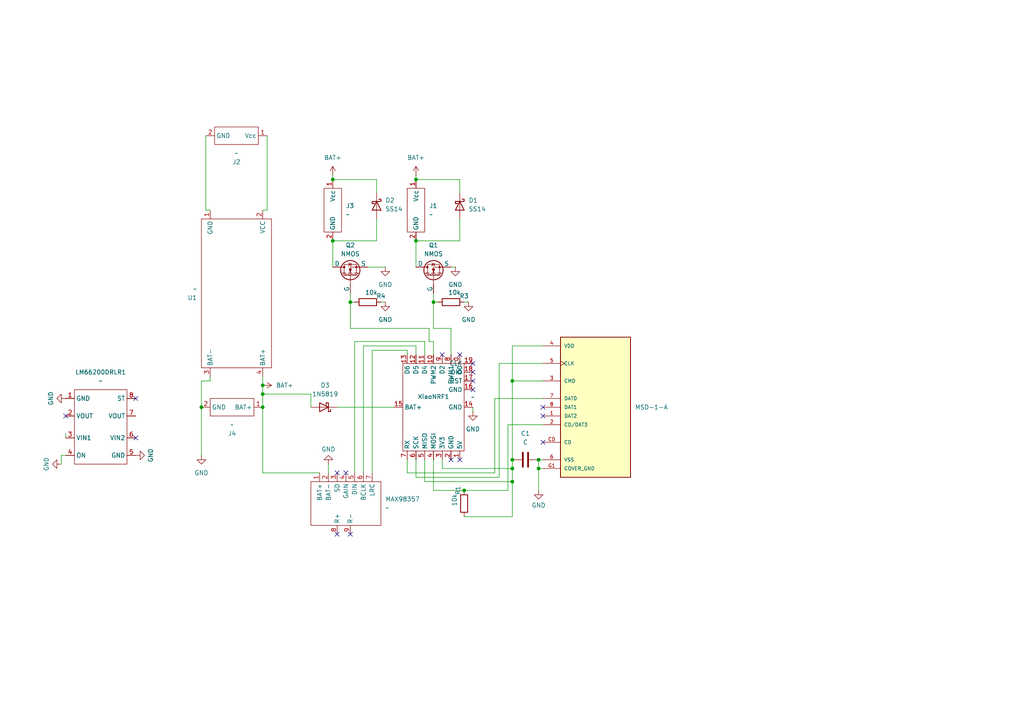
<source format=kicad_sch>
(kicad_sch (version 20250114) (generator "eeschema") (generator_version "9.0")
  (paper "A4")
  (lib_symbols
    (symbol "Device:C" (pin_numbers (hide yes)) (pin_names (offset 0.254))
      (property "Reference" "C" (at 0.635 2.54 0))
      (property "Value" "C" (at 0.635 -2.54 0))
      (symbol "C_0_1"
        (polyline (pts (xy -2.032 0.762) (xy 2.032 0.762)) (stroke (width 0.508)))
        (polyline (pts (xy -2.032 -0.762) (xy 2.032 -0.762)) (stroke (width 0.508)))
      )
      (symbol "C_1_1"
        (pin passive line (at 0 3.81 270) (length 2.794) (name "~") (number "1"))
        (pin passive line (at 0 -3.81 90) (length 2.794) (name "~") (number "2"))
      )
    )
    (symbol "Device:R" (pin_numbers (hide yes)) (pin_names (offset 0))
      (property "Reference" "R" (at 2.032 0 90))
      (property "Value" "R" (at 0 0 90))
      (symbol "R_0_1"
        (rectangle (start -1.016 -2.54) (end 1.016 2.54) (stroke (width 0.254)))
      )
      (symbol "R_1_1"
        (pin passive line (at 0 3.81 270) (length 1.27) (name "~") (number "1"))
        (pin passive line (at 0 -3.81 90) (length 1.27) (name "~") (number "2"))
      )
    )
    (symbol "Diode:1N5819" (pin_numbers (hide yes)) (pin_names (offset 1.016) (hide yes))
      (property "Reference" "D" (at 0 2.54 0))
      (property "Value" "1N5819" (at 0 -2.54 0))
      (symbol "1N5819_0_1"
        (polyline (pts (xy -1.905 0.635) (xy -1.905 1.27) (xy -1.27 1.27) (xy -1.27 -1.27) (xy -0.635 -1.27) (xy -0.635 -0.635)) (stroke (width 0.254)))
        (polyline (pts (xy 1.27 1.27) (xy 1.27 -1.27) (xy -1.27 0) (xy 1.27 1.27)) (stroke (width 0.254)))
        (polyline (pts (xy 1.27 0) (xy -1.27 0)))
      )
      (symbol "1N5819_1_1"
        (pin passive line (at -3.81 0 0) (length 2.54) (name "K") (number "1"))
        (pin passive line (at 3.81 0 180) (length 2.54) (name "A") (number "2"))
      )
    )
    (symbol "Diode:SS14" (pin_numbers (hide yes)) (pin_names (offset 1.016) (hide yes))
      (property "Reference" "D" (at 0 2.54 0))
      (property "Value" "SS14" (at 0 -2.54 0))
      (symbol "SS14_0_1"
        (polyline (pts (xy -1.905 0.635) (xy -1.905 1.27) (xy -1.27 1.27) (xy -1.27 -1.27) (xy -0.635 -1.27) (xy -0.635 -0.635)) (stroke (width 0.254)))
        (polyline (pts (xy 1.27 1.27) (xy 1.27 -1.27) (xy -1.27 0) (xy 1.27 1.27)) (stroke (width 0.254)))
        (polyline (pts (xy 1.27 0) (xy -1.27 0)))
      )
      (symbol "SS14_1_1"
        (pin passive line (at -3.81 0 0) (length 2.54) (name "K") (number "1"))
        (pin passive line (at 3.81 0 180) (length 2.54) (name "A") (number "2"))
      )
    )
    (symbol "NotinKi:LM66200DRLR"
      (property "Reference" "LM66200DRLR" (at 0 0 0))
      (symbol "LM66200DRLR_0_1"
        (rectangle (start -7.62 10.16) (end 7.62 -11.43))
      )
      (symbol "LM66200DRLR_1_1"
        (pin power_out line (at -10.16 7.62 0) (length 2.54) (name "GND") (number "1"))
        (pin power_out line (at -10.16 2.54 0) (length 2.54) (name "VOUT") (number "2"))
        (pin power_in line (at -10.16 -3.81 0) (length 2.54) (name "VIN1") (number "3"))
        (pin input line (at -10.16 -8.89 0) (length 2.54) (name "ON") (number "4"))
        (pin input line (at 10.16 7.62 180) (length 2.54) (name "ST") (number "8"))
        (pin power_out line (at 10.16 2.54 180) (length 2.54) (name "VOUT") (number "7"))
        (pin power_in line (at 10.16 -3.81 180) (length 2.54) (name "VIN2") (number "6"))
        (pin power_out line (at 10.16 -8.89 180) (length 2.54) (name "GND") (number "5"))
      )
    )
    (symbol "NotinKi:Lipolcharger"
      (property "Reference" "U" (at 0 0 0))
      (symbol "Lipolcharger_0_1"
        (rectangle (start -21.59 10.16) (end 21.59 -10.16))
      )
      (symbol "Lipolcharger_1_1"
        (pin power_in line (at -24.13 7.62 0) (length 2.54) (name "BAT-") (number "3"))
        (pin power_out line (at -24.13 -7.62 0) (length 2.54) (name "BAT+") (number "4"))
        (pin power_in line (at 24.13 7.62 180) (length 2.54) (name "GND") (number "1"))
        (pin power_out line (at 24.13 -7.62 180) (length 2.54) (name "VCC") (number "2"))
      )
    )
    (symbol "NotinKi:MAX98357"
      (property "Reference" "U" (at 0 -5.08 0))
      (symbol "MAX98357_0_1"
        (rectangle (start -6.35 10.16) (end 6.35 -10.16))
      )
      (symbol "MAX98357_1_1"
        (pin power_out line (at -8.89 2.54 0) (length 2.54) (name "R+") (number "8"))
        (pin power_in line (at -8.89 -1.27 0) (length 2.54) (name "R-") (number "9"))
        (pin power_out line (at 8.89 7.62 180) (length 2.54) (name "BAT+") (number "1"))
        (pin power_in line (at 8.89 5.08 180) (length 2.54) (name "BAT-") (number "2"))
        (pin input line (at 8.89 2.54 180) (length 2.54) (name "SD") (number "3"))
        (pin input line (at 8.89 0 180) (length 2.54) (name "GAIN") (number "4"))
        (pin input line (at 8.89 -2.54 180) (length 2.54) (name "DIN") (number "5"))
        (pin input line (at 8.89 -5.08 180) (length 2.54) (name "BCLK") (number "6"))
        (pin input line (at 8.89 -7.62 180) (length 2.54) (name "LRC") (number "7"))
      )
    )
    (symbol "NotinKi:MSD-1-A" (pin_names (offset 1.016))
      (property "Value" "MSD-1-A" (at -10.16 -22.86 0))
      (symbol "MSD-1-A_0_0"
        (rectangle (start -10.16 -20.32) (end 10.16 20.32) (stroke (width 0.254)) (fill (type background)))
        (pin power_in line (at -15.24 17.78 0) (length 5.08) (name "VDD") (number "4"))
        (pin input clock (at -15.24 12.7 0) (length 5.08) (name "CLK") (number "5"))
        (pin bidirectional line (at -15.24 7.62 0) (length 5.08) (name "CMD") (number "3"))
        (pin bidirectional line (at -15.24 2.54 0) (length 5.08) (name "DAT0") (number "7"))
        (pin bidirectional line (at -15.24 0 0) (length 5.08) (name "DAT1") (number "8"))
        (pin bidirectional line (at -15.24 -2.54 0) (length 5.08) (name "DAT2") (number "1"))
        (pin bidirectional line (at -15.24 -5.08 0) (length 5.08) (name "CD/DAT3") (number "2"))
        (pin passive line (at -15.24 -10.16 0) (length 5.08) (name "CD") (number "CD"))
        (pin power_in line (at -15.24 -15.24 0) (length 5.08) (name "VSS") (number "6"))
        (pin power_in line (at -15.24 -17.78 0) (length 5.08) (name "COVER_GND") (number "G1"))
        (pin power_in line (at -15.24 -17.78 0) (length 5.08) (hide yes) (name "COVER_GND") (number "G2"))
        (pin power_in line (at -15.24 -17.78 0) (length 5.08) (hide yes) (name "COVER_GND") (number "G3"))
        (pin power_in line (at -15.24 -17.78 0) (length 5.08) (hide yes) (name "COVER_GND") (number "G4"))
      )
    )
    (symbol "NotinKi:Xiao_Nrf52840"
      (property "Reference" "U" (at 0 0 0))
      (symbol "Xiao_Nrf52840_0_1"
        (rectangle (start -12.6999 8.89) (end 12.6999 -8.89))
      )
      (symbol "Xiao_Nrf52840_1_1"
        (pin output line (at -15.24 7.62 0) (length 2.54) (name "RX") (number "7"))
        (pin output line (at -15.24 5.08 0) (length 2.54) (name "SCK") (number "6"))
        (pin output line (at -15.24 2.54 0) (length 2.54) (name "MISO") (number "5"))
        (pin output line (at -15.24 0 0) (length 2.54) (name "MOSI") (number "4"))
        (pin power_out line (at -15.24 -2.54 0) (length 2.54) (name "3V3") (number "3"))
        (pin power_in line (at -15.24 -5.08 0) (length 2.54) (name "GND") (number "2"))
        (pin power_out line (at -15.24 -7.62 0) (length 2.54) (name "5V") (number "1"))
        (pin power_out line (at 0 11.43 270) (length 2.54) (name "BAT+") (number "15"))
        (pin power_in line (at 0 -11.43 90) (length 2.54) (name "GND") (number "14"))
        (pin power_in line (at 5.08 -11.43 90) (length 2.54) (name "GND") (number "16"))
        (pin input line (at 7.62 -11.43 90) (length 2.54) (name "RST") (number "17"))
        (pin input line (at 10.16 -11.43 90) (length 2.54) (name "DIO") (number "18"))
        (pin input line (at 12.7 -11.43 90) (length 2.54) (name "CLK") (number "19"))
        (pin output line (at 15.24 7.62 180) (length 2.54) (name "D6") (number "13"))
        (pin output line (at 15.24 5.08 180) (length 2.54) (name "D5") (number "12"))
        (pin output line (at 15.24 2.54 180) (length 2.54) (name "D4") (number "11"))
        (pin output line (at 15.24 0 180) (length 2.54) (name "PWM2") (number "10"))
        (pin output line (at 15.24 -2.54 180) (length 2.54) (name "D2") (number "9"))
        (pin output line (at 15.24 -5.08 180) (length 2.54) (name "PWM1") (number "8"))
        (pin output line (at 15.24 -7.62 180) (length 2.54) (name "D0") (number "0"))
      )
    )
    (symbol "NotinKi:microJST"
      (property "Reference" "J3" (at 0 0 0))
      (symbol "microJST_0_1"
        (rectangle (start -2.54 6.35) (end 2.54 -6.35))
      )
      (symbol "microJST_1_1"
        (pin power_in line (at 0 8.89 270) (length 2.54) (name "Vcc") (number "1"))
        (pin power_out line (at 0 -8.89 90) (length 2.54) (name "GND") (number "2"))
      )
    )
    (symbol "Simulation_SPICE:NMOS" (pin_numbers (hide yes)) (pin_names (offset 0))
      (property "Reference" "Q" (at 5.08 1.27 0))
      (property "Value" "NMOS" (at 5.08 -1.27 0))
      (symbol "NMOS_0_1"
        (polyline (pts (xy 0.254 1.905) (xy 0.254 -1.905)) (stroke (width 0.254)))
        (polyline (pts (xy 0.254 0) (xy -2.54 0)))
        (polyline (pts (xy 0.762 2.286) (xy 0.762 1.27)) (stroke (width 0.254)))
        (polyline (pts (xy 0.762 0.508) (xy 0.762 -0.508)) (stroke (width 0.254)))
        (polyline (pts (xy 0.762 -1.27) (xy 0.762 -2.286)) (stroke (width 0.254)))
        (polyline (pts (xy 0.762 -1.778) (xy 3.302 -1.778) (xy 3.302 1.778) (xy 0.762 1.778)))
        (polyline (pts (xy 1.016 0) (xy 2.032 0.381) (xy 2.032 -0.381) (xy 1.016 0)) (fill (type outline)))
        (circle (center 1.651 0) (radius 2.794) (stroke (width 0.254)))
        (polyline (pts (xy 2.54 2.54) (xy 2.54 1.778)))
        (circle (center 2.54 1.778) (radius 0.254) (fill (type outline)))
        (circle (center 2.54 -1.778) (radius 0.254) (fill (type outline)))
        (polyline (pts (xy 2.54 -2.54) (xy 2.54 0) (xy 0.762 0)))
        (polyline (pts (xy 2.794 0.508) (xy 2.921 0.381) (xy 3.683 0.381) (xy 3.81 0.254)))
        (polyline (pts (xy 3.302 0.381) (xy 2.921 -0.254) (xy 3.683 -0.254) (xy 3.302 0.381)))
      )
      (symbol "NMOS_1_1"
        (pin input line (at -5.08 0 0) (length 2.54) (name "G") (number "2"))
        (pin passive line (at 2.54 5.08 270) (length 2.54) (name "D") (number "1"))
        (pin passive line (at 2.54 -5.08 90) (length 2.54) (name "S") (number "3"))
      )
    )
    (symbol "microJST_1"
      (property "Reference" "J4" (at 7.62 0 90))
      (property "Value" "~" (at 5.08 0 90))
      (symbol "microJST_1_0_1"
        (rectangle (start -2.54 6.35) (end 2.54 -6.35))
      )
      (symbol "microJST_1_1_1"
        (pin power_in line (at 0 8.89 270) (length 2.54) (name "BAT+") (number "1"))
        (pin power_out line (at 0 -8.89 90) (length 2.54) (name "GND") (number "2"))
      )
    )
    (symbol "power:GND" (power) (pin_numbers (hide yes)) (pin_names (offset 0) (hide yes))
      (property "Value" "GND" (at 0 -3.81 0))
      (symbol "GND_0_1"
        (polyline (pts (xy 0 0) (xy 0 -1.27) (xy 1.27 -1.27) (xy 0 -2.54) (xy -1.27 -1.27) (xy 0 -1.27)))
      )
      (symbol "GND_1_1"
        (pin power_in line (at 0 0 270) (length 0) (name "~") (number "1"))
      )
    )
    (symbol "power:VCC" (power) (pin_numbers (hide yes)) (pin_names (offset 0) (hide yes))
      (property "Value" "VCC" (at 0 3.556 0))
      (symbol "VCC_0_1"
        (polyline (pts (xy -0.762 1.27) (xy 0 2.54)))
        (polyline (pts (xy 0 2.54) (xy 0.762 1.27)))
        (polyline (pts (xy 0 0) (xy 0 2.54)))
      )
      (symbol "VCC_1_1"
        (pin power_in line (at 0 0 90) (length 0) (name "~") (number "1"))
      )
    )
  )
  (junction (at 101.6 87.63))
  (junction (at 148.59 135.89))
  (junction (at 96.52 69.85))
  (junction (at 148.59 133.35))
  (junction (at 134.62 142.24))
  (junction (at 156.21 133.35))
  (junction (at 96.52 52.07))
  (junction (at 58.42 118.11))
  (junction (at 120.65 52.07))
  (junction (at 156.21 135.89))
  (junction (at 148.59 110.49))
  (junction (at 76.2 118.11))
  (junction (at 120.65 69.85))
  (junction (at 76.2 114.3))
  (junction (at 125.73 87.63))
  (junction (at 76.2 111.76))
  (junction (at 148.59 139.7))
  (no_connect (at 133.35 102.87))
  (no_connect (at 157.48 118.11))
  (no_connect (at 97.79 137.16))
  (no_connect (at 101.6 154.94))
  (no_connect (at 128.27 102.87))
  (no_connect (at 39.37 127))
  (no_connect (at 133.35 133.35))
  (no_connect (at 157.48 128.27))
  (no_connect (at 137.16 107.95))
  (no_connect (at 97.79 154.94))
  (no_connect (at 137.16 113.03))
  (no_connect (at 100.33 137.16))
  (no_connect (at 130.81 133.35))
  (no_connect (at 137.16 105.41))
  (no_connect (at 137.16 110.49))
  (no_connect (at 157.48 120.65))
  (no_connect (at 19.05 120.65))
  (no_connect (at 39.37 115.57))
  (wire (pts (xy 118.11 137.16) (xy 118.11 133.35)))
  (wire (pts (xy 109.22 52.07) (xy 96.52 52.07)))
  (wire (pts (xy 148.59 135.89) (xy 148.59 139.7)))
  (wire (pts (xy 102.87 87.63) (xy 101.6 87.63)))
  (wire (pts (xy 147.32 123.19) (xy 147.32 142.24)))
  (wire (pts (xy 156.21 133.35) (xy 156.21 135.89)))
  (wire (pts (xy 132.08 77.47) (xy 130.81 77.47)))
  (wire (pts (xy 120.65 69.85) (xy 120.65 77.47)))
  (wire (pts (xy 105.41 137.16) (xy 105.41 100.33)))
  (wire (pts (xy 133.35 52.07) (xy 120.65 52.07)))
  (wire (pts (xy 118.11 101.6) (xy 118.11 102.87)))
  (wire (pts (xy 156.21 135.89) (xy 157.48 135.89)))
  (wire (pts (xy 125.73 85.09) (xy 125.73 87.63)))
  (wire (pts (xy 134.62 149.86) (xy 148.59 149.86)))
  (wire (pts (xy 107.95 137.16) (xy 107.95 101.6)))
  (wire (pts (xy 156.21 135.89) (xy 156.21 142.24)))
  (wire (pts (xy 109.22 69.85) (xy 109.22 63.5)))
  (wire (pts (xy 157.48 110.49) (xy 148.59 110.49)))
  (wire (pts (xy 128.27 133.35) (xy 128.27 135.89)))
  (wire (pts (xy 144.78 105.41) (xy 144.78 138.43)))
  (wire (pts (xy 148.59 139.7) (xy 123.19 139.7)))
  (wire (pts (xy 58.42 110.49) (xy 60.96 110.49)))
  (wire (pts (xy 130.81 95.25) (xy 125.73 95.25)))
  (wire (pts (xy 109.22 52.07) (xy 109.22 55.88)))
  (wire (pts (xy 58.42 118.11) (xy 58.42 132.08)))
  (wire (pts (xy 77.47 39.37) (xy 77.47 60.96)))
  (wire (pts (xy 107.95 101.6) (xy 118.11 101.6)))
  (wire (pts (xy 157.48 133.35) (xy 156.21 133.35)))
  (wire (pts (xy 105.41 100.33) (xy 120.65 100.33)))
  (wire (pts (xy 76.2 111.76) (xy 76.2 114.3)))
  (wire (pts (xy 133.35 69.85) (xy 133.35 63.5)))
  (wire (pts (xy 59.69 60.96) (xy 60.96 60.96)))
  (wire (pts (xy 127 87.63) (xy 125.73 87.63)))
  (wire (pts (xy 17.78 134.62) (xy 17.78 132.08)))
  (wire (pts (xy 60.96 110.49) (xy 60.96 109.22)))
  (wire (pts (xy 109.22 69.85) (xy 96.52 69.85)))
  (wire (pts (xy 95.25 134.62) (xy 95.25 137.16)))
  (wire (pts (xy 143.51 115.57) (xy 143.51 137.16)))
  (wire (pts (xy 157.48 105.41) (xy 144.78 105.41)))
  (wire (pts (xy 96.52 50.8) (xy 96.52 52.07)))
  (wire (pts (xy 111.76 87.63) (xy 110.49 87.63)))
  (wire (pts (xy 120.65 50.8) (xy 120.65 52.07)))
  (wire (pts (xy 118.11 137.16) (xy 143.51 137.16)))
  (wire (pts (xy 133.35 69.85) (xy 120.65 69.85)))
  (wire (pts (xy 148.59 133.35) (xy 148.59 110.49)))
  (wire (pts (xy 97.79 118.11) (xy 114.3 118.11)))
  (wire (pts (xy 125.73 142.24) (xy 134.62 142.24)))
  (wire (pts (xy 157.48 115.57) (xy 143.51 115.57)))
  (wire (pts (xy 90.17 114.3) (xy 90.17 118.11)))
  (wire (pts (xy 101.6 85.09) (xy 101.6 87.63)))
  (wire (pts (xy 123.19 99.06) (xy 123.19 102.87)))
  (wire (pts (xy 90.17 114.3) (xy 76.2 114.3)))
  (wire (pts (xy 148.59 100.33) (xy 157.48 100.33)))
  (wire (pts (xy 19.05 125.73) (xy 19.05 127)))
  (wire (pts (xy 134.62 142.24) (xy 147.32 142.24)))
  (wire (pts (xy 101.6 95.25) (xy 124.46 95.25)))
  (wire (pts (xy 137.16 118.11) (xy 137.16 119.38)))
  (wire (pts (xy 96.52 69.85) (xy 96.52 77.47)))
  (wire (pts (xy 125.73 102.87) (xy 125.73 99.06)))
  (wire (pts (xy 111.76 77.47) (xy 106.68 77.47)))
  (wire (pts (xy 17.78 132.08) (xy 19.05 132.08)))
  (wire (pts (xy 148.59 110.49) (xy 148.59 100.33)))
  (wire (pts (xy 76.2 137.16) (xy 92.71 137.16)))
  (wire (pts (xy 130.81 102.87) (xy 130.81 95.25)))
  (wire (pts (xy 76.2 114.3) (xy 76.2 118.11)))
  (wire (pts (xy 128.27 135.89) (xy 148.59 135.89)))
  (wire (pts (xy 77.47 60.96) (xy 76.2 60.96)))
  (wire (pts (xy 124.46 99.06) (xy 125.73 99.06)))
  (wire (pts (xy 124.46 95.25) (xy 124.46 99.06)))
  (wire (pts (xy 123.19 133.35) (xy 123.19 139.7)))
  (wire (pts (xy 157.48 123.19) (xy 147.32 123.19)))
  (wire (pts (xy 120.65 100.33) (xy 120.65 102.87)))
  (wire (pts (xy 101.6 87.63) (xy 101.6 95.25)))
  (wire (pts (xy 76.2 118.11) (xy 76.2 137.16)))
  (wire (pts (xy 133.35 52.07) (xy 133.35 55.88)))
  (wire (pts (xy 135.89 87.63) (xy 134.62 87.63)))
  (wire (pts (xy 125.73 87.63) (xy 125.73 95.25)))
  (wire (pts (xy 120.65 138.43) (xy 144.78 138.43)))
  (wire (pts (xy 102.87 99.06) (xy 123.19 99.06)))
  (wire (pts (xy 59.69 39.37) (xy 59.69 60.96)))
  (wire (pts (xy 148.59 149.86) (xy 148.59 139.7)))
  (wire (pts (xy 148.59 135.89) (xy 148.59 133.35)))
  (wire (pts (xy 120.65 138.43) (xy 120.65 133.35)))
  (wire (pts (xy 76.2 109.22) (xy 76.2 111.76)))
  (wire (pts (xy 58.42 118.11) (xy 58.42 110.49)))
  (wire (pts (xy 102.87 137.16) (xy 102.87 99.06)))
  (wire (pts (xy 125.73 142.24) (xy 125.73 133.35)))
  (symbol (lib_id "Device:R") (at 130.81 87.63 90) (unit 1)
    (property "Reference" "R3" (at 134.62 85.852 90))
    (property "Value" "10k" (at 131.826 84.836 90))
    (property "Footprint" "Resistor_SMD:R_0805_2012Metric_Pad1.20x1.40mm_HandSolder" (effects (hide yes)))
    (property "Description" "Resistor" (effects (hide yes)))
  )
  (symbol (lib_id "power:GND") (at 95.25 134.62 180) (unit 1)
    (property "Reference" "#PWR08" (effects (hide yes)))
    (property "Value" "GND" (at 95.25 130.302 0))
    (property "Description" "Power symbol creates a global label with name \"GND\" , ground" (effects (hide yes)))
  )
  (symbol (lib_id "NotinKi:Xiao_Nrf52840") (at 125.73 118.11 90) (unit 1)
    (property "Reference" "XiaoNRF1" (at 125.73 115.062 90))
    (property "Value" "~" (at 137.16 115.2046 90))
    (property "Footprint" "NotinKiFoot:XiaoTrace" (effects (hide yes)))
  )
  (symbol (lib_id "power:VCC") (at 120.65 50.8 0) (unit 1)
    (property "Reference" "#PWR05" (effects (hide yes)))
    (property "Value" "BAT+" (at 120.65 45.72 0))
    (property "Description" "Power symbol creates a global label with name \"VCC\"" (effects (hide yes)))
  )
  (symbol (lib_id "NotinKi:MSD-1-A") (at 172.72 118.11 0) (unit 1)
    (property "Reference" "J5" (effects (hide yes)))
    (property "Value" "MSD-1-A" (at 184.15 118.1099 0) (effects (justify left)))
    (property "Footprint" "NotinKiFoot:CUI_MSD-1-A" (effects (hide yes)))
    (property "MF" "Same Sky" (effects (hide yes)))
    (property "MAXIMUM_PACKAGE_HEIGHT" "2.00mm" (effects (hide yes)))
    (property "Package" "None" (effects (hide yes)))
    (property "Price" "None" (effects (hide yes)))
    (property "Check_prices" "https://www.snapeda.com/parts/MSD-1-A/Same+Sky/view-part/?ref=eda" (effects (hide yes)))
    (property "STANDARD" "Manufacturer Recommendations" (effects (hide yes)))
    (property "PARTREV" "1.0" (effects (hide yes)))
    (property "SnapEDA_Link" "https://www.snapeda.com/parts/MSD-1-A/Same+Sky/view-part/?ref=snap" (effects (hide yes)))
    (property "MP" "MSD-1-A" (effects (hide yes)))
    (property "Description_1" "Micro SD Card Connector, 9 Positions, Connector and Ejector, Push In, Auto Eject Out, Surface Mount, 1.8 mm Height Above Board, Gold Flash" (effects (hide yes)))
    (property "Availability" "In Stock" (effects (hide yes)))
    (property "MANUFACTURER" "CUI Devices" (effects (hide yes)))
  )
  (symbol (lib_id "power:GND") (at 111.76 87.63 0) (unit 1)
    (property "Reference" "#PWR06" (effects (hide yes)))
    (property "Value" "GND" (at 111.76 92.71 0))
    (property "Description" "Power symbol creates a global label with name \"GND\" , ground" (effects (hide yes)))
  )
  (symbol (lib_id "Simulation_SPICE:NMOS") (at 125.73 80.01 90) (unit 1)
    (property "Reference" "Q1" (at 125.73 71.12 90))
    (property "Value" "NMOS" (at 125.73 73.66 90))
    (property "Footprint" "Package_TO_SOT_SMD:TSOT-23" (effects (hide yes)))
    (property "Datasheet" "https://ngspice.sourceforge.io/docs/ngspice-html-manual/manual.xhtml#cha_MOSFETs" (effects (hide yes)))
    (property "Description" "N-MOSFET transistor, drain/source/gate" (effects (hide yes)))
    (property "Sim.Device" "NMOS" (effects (hide yes)))
    (property "Sim.Type" "VDMOS" (effects (hide yes)))
    (property "Sim.Pins" "1=D 2=G 3=S" (effects (hide yes)))
  )
  (symbol (lib_id "Simulation_SPICE:NMOS") (at 101.6 80.01 90) (unit 1)
    (property "Reference" "Q2" (at 101.6 71.12 90))
    (property "Value" "NMOS" (at 101.6 73.66 90))
    (property "Footprint" "Package_TO_SOT_SMD:TSOT-23" (effects (hide yes)))
    (property "Datasheet" "https://ngspice.sourceforge.io/docs/ngspice-html-manual/manual.xhtml#cha_MOSFETs" (effects (hide yes)))
    (property "Description" "N-MOSFET transistor, drain/source/gate" (effects (hide yes)))
    (property "Sim.Device" "NMOS" (effects (hide yes)))
    (property "Sim.Type" "VDMOS" (effects (hide yes)))
    (property "Sim.Pins" "1=D 2=G 3=S" (effects (hide yes)))
  )
  (symbol (lib_id "NotinKi:microJST") (at 120.65 60.96 0) (unit 1)
    (property "Reference" "J1" (at 124.46 59.6899 0) (effects (justify left)))
    (property "Value" "~" (at 124.46 62.2299 0) (effects (justify left)))
    (property "Footprint" "NotinKiFoot:JST_My" (effects (hide yes)))
  )
  (symbol (lib_id "Diode:SS14") (at 109.22 59.69 270) (unit 1)
    (property "Reference" "D2" (at 111.76 58.1024 90) (effects (justify left)))
    (property "Value" "SS14" (at 111.76 60.6424 90) (effects (justify left)))
    (property "Footprint" "Diode_SMD:D_SMA" (effects (hide yes)))
    (property "Datasheet" "https://www.vishay.com/docs/88746/ss12.pdf" (effects (hide yes)))
    (property "Description" "40V 1A Schottky Diode, SMA" (effects (hide yes)))
  )
  (symbol (lib_id "power:GND") (at 17.78 134.62 270) (unit 1)
    (property "Reference" "#PWR013" (effects (hide yes)))
    (property "Value" "GND" (at 13.462 134.62 0))
    (property "Description" "Power symbol creates a global label with name \"GND\" , ground" (effects (hide yes)))
  )
  (symbol (lib_id "power:GND") (at 135.89 87.63 0) (unit 1)
    (property "Reference" "#PWR02" (effects (hide yes)))
    (property "Value" "GND" (at 135.89 92.71 0))
    (property "Description" "Power symbol creates a global label with name \"GND\" , ground" (effects (hide yes)))
  )
  (symbol (lib_id "power:VCC") (at 76.2 111.76 270) (unit 1)
    (property "Reference" "#PWR010" (effects (hide yes)))
    (property "Value" "BAT+" (at 80.01 111.7599 90) (effects (justify left)))
    (property "Description" "Power symbol creates a global label with name \"VCC\"" (effects (hide yes)))
  )
  (symbol (lib_id "power:VCC") (at 96.52 50.8 0) (unit 1)
    (property "Reference" "#PWR01" (effects (hide yes)))
    (property "Value" "BAT+" (at 96.52 45.72 0))
    (property "Description" "Power symbol creates a global label with name \"VCC\"" (effects (hide yes)))
  )
  (symbol (lib_id "power:GND") (at 19.05 115.57 270) (unit 1)
    (property "Reference" "#PWR012" (effects (hide yes)))
    (property "Value" "GND" (at 14.732 115.57 0))
    (property "Description" "Power symbol creates a global label with name \"GND\" , ground" (effects (hide yes)))
  )
  (symbol (lib_id "power:GND") (at 39.37 132.08 90) (unit 1)
    (property "Reference" "#PWR011" (effects (hide yes)))
    (property "Value" "GND" (at 43.688 132.08 0))
    (property "Description" "Power symbol creates a global label with name \"GND\" , ground" (effects (hide yes)))
  )
  (symbol (lib_id "power:GND") (at 111.76 77.47 0) (unit 1)
    (property "Reference" "#PWR04" (effects (hide yes)))
    (property "Value" "GND" (at 111.76 82.55 0))
    (property "Description" "Power symbol creates a global label with name \"GND\" , ground" (effects (hide yes)))
  )
  (symbol (lib_id "NotinKi:microJST") (at 68.58 39.37 270) (unit 1)
    (property "Reference" "J2" (at 68.58 46.99 90))
    (property "Value" "~" (at 68.58 44.45 90))
    (property "Footprint" "NotinKiFoot:JST_My" (effects (hide yes)))
  )
  (symbol (lib_id "power:GND") (at 137.16 119.38 0) (unit 1)
    (property "Reference" "#PWR09" (effects (hide yes)))
    (property "Value" "GND" (at 137.16 124.46 0))
    (property "Description" "Power symbol creates a global label with name \"GND\" , ground" (effects (hide yes)))
  )
  (symbol (lib_id "NotinKi:MAX98357") (at 100.33 146.05 90) (unit 1)
    (property "Reference" "MAX98357" (at 111.76 144.7799 90) (effects (justify right)))
    (property "Value" "~" (at 111.76 147.3199 90) (effects (justify right)))
    (property "Footprint" "NotinKiFoot:MAX98357Footprint" (effects (hide yes)))
  )
  (symbol (lib_id "Device:C") (at 152.4 133.35 90) (unit 1)
    (property "Reference" "C1" (at 152.4 125.73 90))
    (property "Value" "C" (at 152.4 128.27 90))
    (property "Footprint" "Capacitor_SMD:C_0402_1005Metric_Pad0.74x0.62mm_HandSolder" (effects (hide yes)))
    (property "Description" "Unpolarized capacitor" (effects (hide yes)))
  )
  (symbol (lib_id "Diode:1N5819") (at 93.98 118.11 180) (unit 1)
    (property "Reference" "D3" (at 94.2975 111.76 0))
    (property "Value" "1N5819" (at 94.2975 114.3 0))
    (property "Footprint" "Diode_THT:D_DO-41_SOD81_P10.16mm_Horizontal" (effects (hide yes)))
    (property "Datasheet" "http://www.vishay.com/docs/88525/1n5817.pdf" (effects (hide yes)))
    (property "Description" "40V 1A Schottky Barrier Rectifier Diode, DO-41" (effects (hide yes)))
  )
  (symbol (lib_name "microJST_1") (lib_id "NotinKi:microJST") (at 67.31 118.11 270) (unit 1)
    (property "Reference" "J4" (at 67.31 125.73 90))
    (property "Value" "~" (at 67.31 123.19 90))
    (property "Footprint" "NotinKiFoot:JST_My" (effects (hide yes)))
  )
  (symbol (lib_id "NotinKi:microJST") (at 96.52 60.96 0) (unit 1)
    (property "Reference" "J3" (at 100.33 59.6899 0) (effects (justify left)))
    (property "Value" "~" (at 100.33 62.2299 0) (effects (justify left)))
    (property "Footprint" "NotinKiFoot:JST_My" (effects (hide yes)))
  )
  (symbol (lib_id "power:GND") (at 58.42 132.08 0) (unit 1)
    (property "Reference" "#PWR07" (effects (hide yes)))
    (property "Value" "GND" (at 58.42 137.16 0))
    (property "Description" "Power symbol creates a global label with name \"GND\" , ground" (effects (hide yes)))
  )
  (symbol (lib_id "power:GND") (at 156.21 142.24 0) (unit 1)
    (property "Reference" "#PWR014" (effects (hide yes)))
    (property "Value" "GND" (at 156.21 146.558 0))
    (property "Description" "Power symbol creates a global label with name \"GND\" , ground" (effects (hide yes)))
  )
  (symbol (lib_id "NotinKi:LM66200DRLR") (at 29.21 123.19 0) (unit 1)
    (property "Reference" "LM66200DRLR1" (at 29.21 107.95 0))
    (property "Value" "~" (at 29.21 110.49 0))
    (property "Footprint" "Package_TO_SOT_SMD:SOT-583-8" (effects (hide yes)))
  )
  (symbol (lib_id "Device:R") (at 134.62 146.05 180) (unit 1)
    (property "Reference" "R1" (at 132.842 142.24 90))
    (property "Value" "10k" (at 131.826 145.034 90))
    (property "Footprint" "Resistor_SMD:R_0805_2012Metric_Pad1.20x1.40mm_HandSolder" (effects (hide yes)))
    (property "Description" "Resistor" (effects (hide yes)))
  )
  (symbol (lib_id "Device:R") (at 106.68 87.63 90) (unit 1)
    (property "Reference" "R4" (at 110.49 85.852 90))
    (property "Value" "10k" (at 107.696 84.836 90))
    (property "Footprint" "Resistor_SMD:R_0805_2012Metric_Pad1.20x1.40mm_HandSolder" (effects (hide yes)))
    (property "Description" "Resistor" (effects (hide yes)))
  )
  (symbol (lib_id "NotinKi:Lipolcharger") (at 68.58 85.09 90) (unit 1)
    (property "Reference" "U1" (at 57.15 86.3601 90) (effects (justify left)))
    (property "Value" "~" (at 57.15 83.8201 90) (effects (justify left)))
    (property "Footprint" "NotinKiFoot:Lipolchargerfoot" (effects (hide yes)))
  )
  (symbol (lib_id "Diode:SS14") (at 133.35 59.69 270) (unit 1)
    (property "Reference" "D1" (at 135.89 58.1024 90) (effects (justify left)))
    (property "Value" "SS14" (at 135.89 60.6424 90) (effects (justify left)))
    (property "Footprint" "Diode_SMD:D_SMA" (effects (hide yes)))
    (property "Datasheet" "https://www.vishay.com/docs/88746/ss12.pdf" (effects (hide yes)))
    (property "Description" "40V 1A Schottky Diode, SMA" (effects (hide yes)))
  )
  (symbol (lib_id "power:GND") (at 132.08 77.47 0) (unit 1)
    (property "Reference" "#PWR03" (effects (hide yes)))
    (property "Value" "GND" (at 132.08 82.55 0))
    (property "Description" "Power symbol creates a global label with name \"GND\" , ground" (effects (hide yes)))
  )
)
</source>
